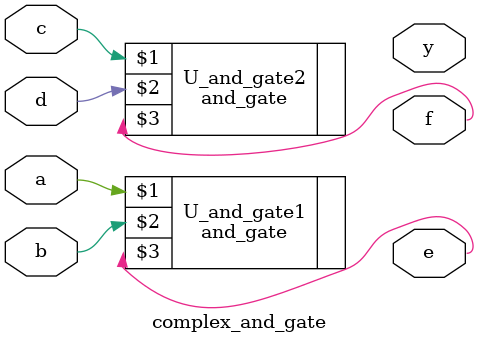
<source format=v>
`include "and_gate.v"
module complex_and_gate(
    input a,
    input b,
    input c,
    input d,
    output e,
    output f,
    output y
);

    and_gate U_and_gate1 (
        a,
        b,
        e
    );
    and_gate U_and_gate2 (
        c,
        d,
        f
    );


endmodule
</source>
